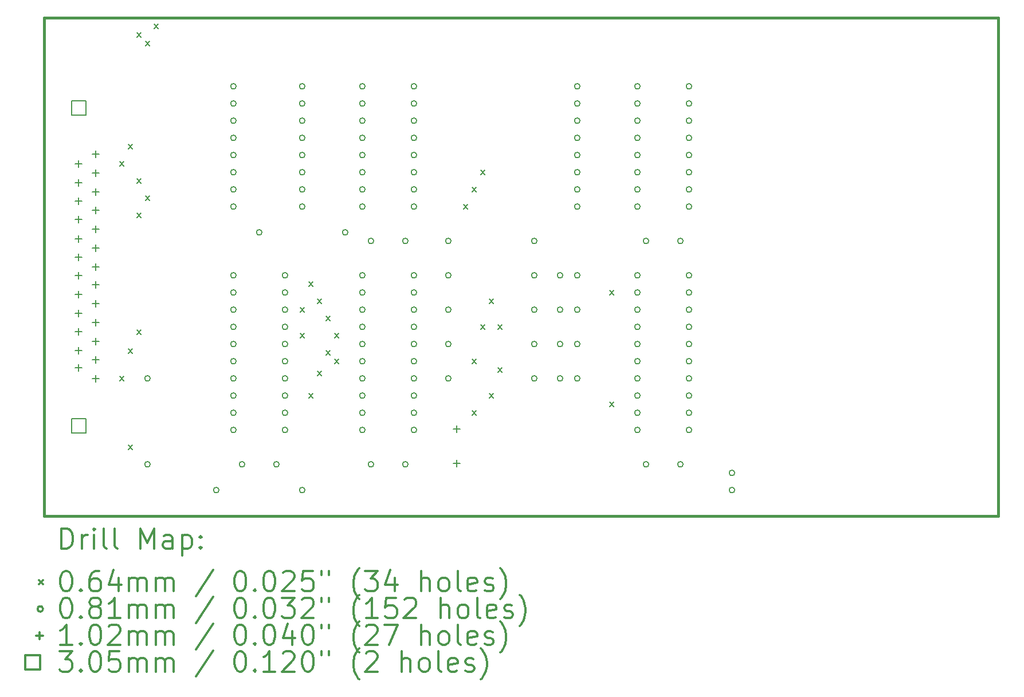
<source format=gbr>
%FSLAX45Y45*%
G04 Gerber Fmt 4.5, Leading zero omitted, Abs format (unit mm)*
G04 Created by KiCad (PCBNEW 4.0.5+dfsg1-4+deb9u1) date Mon Sep 26 08:33:50 2022*
%MOMM*%
%LPD*%
G01*
G04 APERTURE LIST*
%ADD10C,0.127000*%
%ADD11C,0.381000*%
%ADD12C,0.200000*%
%ADD13C,0.300000*%
G04 APERTURE END LIST*
D10*
D11*
X23749000Y-6350000D02*
X19431000Y-6350000D01*
X23749000Y-13716000D02*
X23749000Y-6350000D01*
X19685000Y-13716000D02*
X23749000Y-13716000D01*
X9652000Y-13716000D02*
X19685000Y-13716000D01*
X9652000Y-6350000D02*
X9652000Y-13716000D01*
X19431000Y-6350000D02*
X9652000Y-6350000D01*
D12*
X10763250Y-8477250D02*
X10826750Y-8540750D01*
X10826750Y-8477250D02*
X10763250Y-8540750D01*
X10763250Y-11652250D02*
X10826750Y-11715750D01*
X10826750Y-11652250D02*
X10763250Y-11715750D01*
X10890250Y-8223250D02*
X10953750Y-8286750D01*
X10953750Y-8223250D02*
X10890250Y-8286750D01*
X10890250Y-11245850D02*
X10953750Y-11309350D01*
X10953750Y-11245850D02*
X10890250Y-11309350D01*
X10890250Y-12668250D02*
X10953750Y-12731750D01*
X10953750Y-12668250D02*
X10890250Y-12731750D01*
X11017250Y-6572250D02*
X11080750Y-6635750D01*
X11080750Y-6572250D02*
X11017250Y-6635750D01*
X11017250Y-8731250D02*
X11080750Y-8794750D01*
X11080750Y-8731250D02*
X11017250Y-8794750D01*
X11017250Y-9239250D02*
X11080750Y-9302750D01*
X11080750Y-9239250D02*
X11017250Y-9302750D01*
X11017250Y-10966450D02*
X11080750Y-11029950D01*
X11080750Y-10966450D02*
X11017250Y-11029950D01*
X11144250Y-6699250D02*
X11207750Y-6762750D01*
X11207750Y-6699250D02*
X11144250Y-6762750D01*
X11144250Y-8985250D02*
X11207750Y-9048750D01*
X11207750Y-8985250D02*
X11144250Y-9048750D01*
X11271250Y-6445250D02*
X11334750Y-6508750D01*
X11334750Y-6445250D02*
X11271250Y-6508750D01*
X13430250Y-10636250D02*
X13493750Y-10699750D01*
X13493750Y-10636250D02*
X13430250Y-10699750D01*
X13430250Y-11017250D02*
X13493750Y-11080750D01*
X13493750Y-11017250D02*
X13430250Y-11080750D01*
X13557250Y-10255250D02*
X13620750Y-10318750D01*
X13620750Y-10255250D02*
X13557250Y-10318750D01*
X13557250Y-11906250D02*
X13620750Y-11969750D01*
X13620750Y-11906250D02*
X13557250Y-11969750D01*
X13684250Y-10509250D02*
X13747750Y-10572750D01*
X13747750Y-10509250D02*
X13684250Y-10572750D01*
X13684250Y-11576050D02*
X13747750Y-11639550D01*
X13747750Y-11576050D02*
X13684250Y-11639550D01*
X13811250Y-10763250D02*
X13874750Y-10826750D01*
X13874750Y-10763250D02*
X13811250Y-10826750D01*
X13811250Y-11271250D02*
X13874750Y-11334750D01*
X13874750Y-11271250D02*
X13811250Y-11334750D01*
X13938250Y-11017250D02*
X14001750Y-11080750D01*
X14001750Y-11017250D02*
X13938250Y-11080750D01*
X13938250Y-11398250D02*
X14001750Y-11461750D01*
X14001750Y-11398250D02*
X13938250Y-11461750D01*
X15843250Y-9112250D02*
X15906750Y-9175750D01*
X15906750Y-9112250D02*
X15843250Y-9175750D01*
X15970250Y-8858250D02*
X16033750Y-8921750D01*
X16033750Y-8858250D02*
X15970250Y-8921750D01*
X15970250Y-11398250D02*
X16033750Y-11461750D01*
X16033750Y-11398250D02*
X15970250Y-11461750D01*
X15970250Y-12160250D02*
X16033750Y-12223750D01*
X16033750Y-12160250D02*
X15970250Y-12223750D01*
X16097250Y-8604250D02*
X16160750Y-8667750D01*
X16160750Y-8604250D02*
X16097250Y-8667750D01*
X16097250Y-10890250D02*
X16160750Y-10953750D01*
X16160750Y-10890250D02*
X16097250Y-10953750D01*
X16224250Y-10509250D02*
X16287750Y-10572750D01*
X16287750Y-10509250D02*
X16224250Y-10572750D01*
X16224250Y-11906250D02*
X16287750Y-11969750D01*
X16287750Y-11906250D02*
X16224250Y-11969750D01*
X16351250Y-10890250D02*
X16414750Y-10953750D01*
X16414750Y-10890250D02*
X16351250Y-10953750D01*
X16351250Y-11525250D02*
X16414750Y-11588750D01*
X16414750Y-11525250D02*
X16351250Y-11588750D01*
X18002250Y-10382250D02*
X18065750Y-10445750D01*
X18065750Y-10382250D02*
X18002250Y-10445750D01*
X18002250Y-12033250D02*
X18065750Y-12096750D01*
X18065750Y-12033250D02*
X18002250Y-12096750D01*
X11216640Y-11684000D02*
G75*
G03X11216640Y-11684000I-40640J0D01*
G01*
X11216640Y-12954000D02*
G75*
G03X11216640Y-12954000I-40640J0D01*
G01*
X12232640Y-13335000D02*
G75*
G03X12232640Y-13335000I-40640J0D01*
G01*
X12486640Y-7366000D02*
G75*
G03X12486640Y-7366000I-40640J0D01*
G01*
X12486640Y-7620000D02*
G75*
G03X12486640Y-7620000I-40640J0D01*
G01*
X12486640Y-7874000D02*
G75*
G03X12486640Y-7874000I-40640J0D01*
G01*
X12486640Y-8128000D02*
G75*
G03X12486640Y-8128000I-40640J0D01*
G01*
X12486640Y-8382000D02*
G75*
G03X12486640Y-8382000I-40640J0D01*
G01*
X12486640Y-8636000D02*
G75*
G03X12486640Y-8636000I-40640J0D01*
G01*
X12486640Y-8890000D02*
G75*
G03X12486640Y-8890000I-40640J0D01*
G01*
X12486640Y-9144000D02*
G75*
G03X12486640Y-9144000I-40640J0D01*
G01*
X12486640Y-10160000D02*
G75*
G03X12486640Y-10160000I-40640J0D01*
G01*
X12486640Y-10414000D02*
G75*
G03X12486640Y-10414000I-40640J0D01*
G01*
X12486640Y-10668000D02*
G75*
G03X12486640Y-10668000I-40640J0D01*
G01*
X12486640Y-10922000D02*
G75*
G03X12486640Y-10922000I-40640J0D01*
G01*
X12486640Y-11176000D02*
G75*
G03X12486640Y-11176000I-40640J0D01*
G01*
X12486640Y-11430000D02*
G75*
G03X12486640Y-11430000I-40640J0D01*
G01*
X12486640Y-11684000D02*
G75*
G03X12486640Y-11684000I-40640J0D01*
G01*
X12486640Y-11938000D02*
G75*
G03X12486640Y-11938000I-40640J0D01*
G01*
X12486640Y-12192000D02*
G75*
G03X12486640Y-12192000I-40640J0D01*
G01*
X12486640Y-12446000D02*
G75*
G03X12486640Y-12446000I-40640J0D01*
G01*
X12613640Y-12954000D02*
G75*
G03X12613640Y-12954000I-40640J0D01*
G01*
X12867640Y-9525000D02*
G75*
G03X12867640Y-9525000I-40640J0D01*
G01*
X13121640Y-12954000D02*
G75*
G03X13121640Y-12954000I-40640J0D01*
G01*
X13248640Y-10160000D02*
G75*
G03X13248640Y-10160000I-40640J0D01*
G01*
X13248640Y-10414000D02*
G75*
G03X13248640Y-10414000I-40640J0D01*
G01*
X13248640Y-10668000D02*
G75*
G03X13248640Y-10668000I-40640J0D01*
G01*
X13248640Y-10922000D02*
G75*
G03X13248640Y-10922000I-40640J0D01*
G01*
X13248640Y-11176000D02*
G75*
G03X13248640Y-11176000I-40640J0D01*
G01*
X13248640Y-11430000D02*
G75*
G03X13248640Y-11430000I-40640J0D01*
G01*
X13248640Y-11684000D02*
G75*
G03X13248640Y-11684000I-40640J0D01*
G01*
X13248640Y-11938000D02*
G75*
G03X13248640Y-11938000I-40640J0D01*
G01*
X13248640Y-12192000D02*
G75*
G03X13248640Y-12192000I-40640J0D01*
G01*
X13248640Y-12446000D02*
G75*
G03X13248640Y-12446000I-40640J0D01*
G01*
X13502640Y-7366000D02*
G75*
G03X13502640Y-7366000I-40640J0D01*
G01*
X13502640Y-7620000D02*
G75*
G03X13502640Y-7620000I-40640J0D01*
G01*
X13502640Y-7874000D02*
G75*
G03X13502640Y-7874000I-40640J0D01*
G01*
X13502640Y-8128000D02*
G75*
G03X13502640Y-8128000I-40640J0D01*
G01*
X13502640Y-8382000D02*
G75*
G03X13502640Y-8382000I-40640J0D01*
G01*
X13502640Y-8636000D02*
G75*
G03X13502640Y-8636000I-40640J0D01*
G01*
X13502640Y-8890000D02*
G75*
G03X13502640Y-8890000I-40640J0D01*
G01*
X13502640Y-9144000D02*
G75*
G03X13502640Y-9144000I-40640J0D01*
G01*
X13502640Y-13335000D02*
G75*
G03X13502640Y-13335000I-40640J0D01*
G01*
X14137640Y-9525000D02*
G75*
G03X14137640Y-9525000I-40640J0D01*
G01*
X14391640Y-7366000D02*
G75*
G03X14391640Y-7366000I-40640J0D01*
G01*
X14391640Y-7620000D02*
G75*
G03X14391640Y-7620000I-40640J0D01*
G01*
X14391640Y-7874000D02*
G75*
G03X14391640Y-7874000I-40640J0D01*
G01*
X14391640Y-8128000D02*
G75*
G03X14391640Y-8128000I-40640J0D01*
G01*
X14391640Y-8382000D02*
G75*
G03X14391640Y-8382000I-40640J0D01*
G01*
X14391640Y-8636000D02*
G75*
G03X14391640Y-8636000I-40640J0D01*
G01*
X14391640Y-8890000D02*
G75*
G03X14391640Y-8890000I-40640J0D01*
G01*
X14391640Y-9144000D02*
G75*
G03X14391640Y-9144000I-40640J0D01*
G01*
X14391640Y-10160000D02*
G75*
G03X14391640Y-10160000I-40640J0D01*
G01*
X14391640Y-10414000D02*
G75*
G03X14391640Y-10414000I-40640J0D01*
G01*
X14391640Y-10668000D02*
G75*
G03X14391640Y-10668000I-40640J0D01*
G01*
X14391640Y-10922000D02*
G75*
G03X14391640Y-10922000I-40640J0D01*
G01*
X14391640Y-11176000D02*
G75*
G03X14391640Y-11176000I-40640J0D01*
G01*
X14391640Y-11430000D02*
G75*
G03X14391640Y-11430000I-40640J0D01*
G01*
X14391640Y-11684000D02*
G75*
G03X14391640Y-11684000I-40640J0D01*
G01*
X14391640Y-11938000D02*
G75*
G03X14391640Y-11938000I-40640J0D01*
G01*
X14391640Y-12192000D02*
G75*
G03X14391640Y-12192000I-40640J0D01*
G01*
X14391640Y-12446000D02*
G75*
G03X14391640Y-12446000I-40640J0D01*
G01*
X14518640Y-9652000D02*
G75*
G03X14518640Y-9652000I-40640J0D01*
G01*
X14518640Y-12954000D02*
G75*
G03X14518640Y-12954000I-40640J0D01*
G01*
X15026640Y-9652000D02*
G75*
G03X15026640Y-9652000I-40640J0D01*
G01*
X15026640Y-12954000D02*
G75*
G03X15026640Y-12954000I-40640J0D01*
G01*
X15153640Y-7366000D02*
G75*
G03X15153640Y-7366000I-40640J0D01*
G01*
X15153640Y-7620000D02*
G75*
G03X15153640Y-7620000I-40640J0D01*
G01*
X15153640Y-7874000D02*
G75*
G03X15153640Y-7874000I-40640J0D01*
G01*
X15153640Y-8128000D02*
G75*
G03X15153640Y-8128000I-40640J0D01*
G01*
X15153640Y-8382000D02*
G75*
G03X15153640Y-8382000I-40640J0D01*
G01*
X15153640Y-8636000D02*
G75*
G03X15153640Y-8636000I-40640J0D01*
G01*
X15153640Y-8890000D02*
G75*
G03X15153640Y-8890000I-40640J0D01*
G01*
X15153640Y-9144000D02*
G75*
G03X15153640Y-9144000I-40640J0D01*
G01*
X15153640Y-10160000D02*
G75*
G03X15153640Y-10160000I-40640J0D01*
G01*
X15153640Y-10414000D02*
G75*
G03X15153640Y-10414000I-40640J0D01*
G01*
X15153640Y-10668000D02*
G75*
G03X15153640Y-10668000I-40640J0D01*
G01*
X15153640Y-10922000D02*
G75*
G03X15153640Y-10922000I-40640J0D01*
G01*
X15153640Y-11176000D02*
G75*
G03X15153640Y-11176000I-40640J0D01*
G01*
X15153640Y-11430000D02*
G75*
G03X15153640Y-11430000I-40640J0D01*
G01*
X15153640Y-11684000D02*
G75*
G03X15153640Y-11684000I-40640J0D01*
G01*
X15153640Y-11938000D02*
G75*
G03X15153640Y-11938000I-40640J0D01*
G01*
X15153640Y-12192000D02*
G75*
G03X15153640Y-12192000I-40640J0D01*
G01*
X15153640Y-12446000D02*
G75*
G03X15153640Y-12446000I-40640J0D01*
G01*
X15661640Y-9652000D02*
G75*
G03X15661640Y-9652000I-40640J0D01*
G01*
X15661640Y-10160000D02*
G75*
G03X15661640Y-10160000I-40640J0D01*
G01*
X15661640Y-10668000D02*
G75*
G03X15661640Y-10668000I-40640J0D01*
G01*
X15661640Y-11176000D02*
G75*
G03X15661640Y-11176000I-40640J0D01*
G01*
X15661640Y-11684000D02*
G75*
G03X15661640Y-11684000I-40640J0D01*
G01*
X16931640Y-9652000D02*
G75*
G03X16931640Y-9652000I-40640J0D01*
G01*
X16931640Y-10160000D02*
G75*
G03X16931640Y-10160000I-40640J0D01*
G01*
X16931640Y-10668000D02*
G75*
G03X16931640Y-10668000I-40640J0D01*
G01*
X16931640Y-11176000D02*
G75*
G03X16931640Y-11176000I-40640J0D01*
G01*
X16931640Y-11684000D02*
G75*
G03X16931640Y-11684000I-40640J0D01*
G01*
X17312640Y-10160000D02*
G75*
G03X17312640Y-10160000I-40640J0D01*
G01*
X17312640Y-10668000D02*
G75*
G03X17312640Y-10668000I-40640J0D01*
G01*
X17312640Y-11176000D02*
G75*
G03X17312640Y-11176000I-40640J0D01*
G01*
X17312640Y-11684000D02*
G75*
G03X17312640Y-11684000I-40640J0D01*
G01*
X17566640Y-7366000D02*
G75*
G03X17566640Y-7366000I-40640J0D01*
G01*
X17566640Y-7620000D02*
G75*
G03X17566640Y-7620000I-40640J0D01*
G01*
X17566640Y-7874000D02*
G75*
G03X17566640Y-7874000I-40640J0D01*
G01*
X17566640Y-8128000D02*
G75*
G03X17566640Y-8128000I-40640J0D01*
G01*
X17566640Y-8382000D02*
G75*
G03X17566640Y-8382000I-40640J0D01*
G01*
X17566640Y-8636000D02*
G75*
G03X17566640Y-8636000I-40640J0D01*
G01*
X17566640Y-8890000D02*
G75*
G03X17566640Y-8890000I-40640J0D01*
G01*
X17566640Y-9144000D02*
G75*
G03X17566640Y-9144000I-40640J0D01*
G01*
X17566640Y-10160000D02*
G75*
G03X17566640Y-10160000I-40640J0D01*
G01*
X17566640Y-10668000D02*
G75*
G03X17566640Y-10668000I-40640J0D01*
G01*
X17566640Y-11176000D02*
G75*
G03X17566640Y-11176000I-40640J0D01*
G01*
X17566640Y-11684000D02*
G75*
G03X17566640Y-11684000I-40640J0D01*
G01*
X18455640Y-7366000D02*
G75*
G03X18455640Y-7366000I-40640J0D01*
G01*
X18455640Y-7620000D02*
G75*
G03X18455640Y-7620000I-40640J0D01*
G01*
X18455640Y-7874000D02*
G75*
G03X18455640Y-7874000I-40640J0D01*
G01*
X18455640Y-8128000D02*
G75*
G03X18455640Y-8128000I-40640J0D01*
G01*
X18455640Y-8382000D02*
G75*
G03X18455640Y-8382000I-40640J0D01*
G01*
X18455640Y-8636000D02*
G75*
G03X18455640Y-8636000I-40640J0D01*
G01*
X18455640Y-8890000D02*
G75*
G03X18455640Y-8890000I-40640J0D01*
G01*
X18455640Y-9144000D02*
G75*
G03X18455640Y-9144000I-40640J0D01*
G01*
X18455640Y-10160000D02*
G75*
G03X18455640Y-10160000I-40640J0D01*
G01*
X18455640Y-10414000D02*
G75*
G03X18455640Y-10414000I-40640J0D01*
G01*
X18455640Y-10668000D02*
G75*
G03X18455640Y-10668000I-40640J0D01*
G01*
X18455640Y-10922000D02*
G75*
G03X18455640Y-10922000I-40640J0D01*
G01*
X18455640Y-11176000D02*
G75*
G03X18455640Y-11176000I-40640J0D01*
G01*
X18455640Y-11430000D02*
G75*
G03X18455640Y-11430000I-40640J0D01*
G01*
X18455640Y-11684000D02*
G75*
G03X18455640Y-11684000I-40640J0D01*
G01*
X18455640Y-11938000D02*
G75*
G03X18455640Y-11938000I-40640J0D01*
G01*
X18455640Y-12192000D02*
G75*
G03X18455640Y-12192000I-40640J0D01*
G01*
X18455640Y-12446000D02*
G75*
G03X18455640Y-12446000I-40640J0D01*
G01*
X18582640Y-9652000D02*
G75*
G03X18582640Y-9652000I-40640J0D01*
G01*
X18582640Y-12954000D02*
G75*
G03X18582640Y-12954000I-40640J0D01*
G01*
X19090640Y-9652000D02*
G75*
G03X19090640Y-9652000I-40640J0D01*
G01*
X19090640Y-12954000D02*
G75*
G03X19090640Y-12954000I-40640J0D01*
G01*
X19217640Y-7366000D02*
G75*
G03X19217640Y-7366000I-40640J0D01*
G01*
X19217640Y-7620000D02*
G75*
G03X19217640Y-7620000I-40640J0D01*
G01*
X19217640Y-7874000D02*
G75*
G03X19217640Y-7874000I-40640J0D01*
G01*
X19217640Y-8128000D02*
G75*
G03X19217640Y-8128000I-40640J0D01*
G01*
X19217640Y-8382000D02*
G75*
G03X19217640Y-8382000I-40640J0D01*
G01*
X19217640Y-8636000D02*
G75*
G03X19217640Y-8636000I-40640J0D01*
G01*
X19217640Y-8890000D02*
G75*
G03X19217640Y-8890000I-40640J0D01*
G01*
X19217640Y-9144000D02*
G75*
G03X19217640Y-9144000I-40640J0D01*
G01*
X19217640Y-10160000D02*
G75*
G03X19217640Y-10160000I-40640J0D01*
G01*
X19217640Y-10414000D02*
G75*
G03X19217640Y-10414000I-40640J0D01*
G01*
X19217640Y-10668000D02*
G75*
G03X19217640Y-10668000I-40640J0D01*
G01*
X19217640Y-10922000D02*
G75*
G03X19217640Y-10922000I-40640J0D01*
G01*
X19217640Y-11176000D02*
G75*
G03X19217640Y-11176000I-40640J0D01*
G01*
X19217640Y-11430000D02*
G75*
G03X19217640Y-11430000I-40640J0D01*
G01*
X19217640Y-11684000D02*
G75*
G03X19217640Y-11684000I-40640J0D01*
G01*
X19217640Y-11938000D02*
G75*
G03X19217640Y-11938000I-40640J0D01*
G01*
X19217640Y-12192000D02*
G75*
G03X19217640Y-12192000I-40640J0D01*
G01*
X19217640Y-12446000D02*
G75*
G03X19217640Y-12446000I-40640J0D01*
G01*
X19852640Y-13081000D02*
G75*
G03X19852640Y-13081000I-40640J0D01*
G01*
X19852640Y-13335000D02*
G75*
G03X19852640Y-13335000I-40640J0D01*
G01*
X10160000Y-8458200D02*
X10160000Y-8559800D01*
X10109200Y-8509000D02*
X10210800Y-8509000D01*
X10160000Y-8737600D02*
X10160000Y-8839200D01*
X10109200Y-8788400D02*
X10210800Y-8788400D01*
X10160000Y-9011920D02*
X10160000Y-9113520D01*
X10109200Y-9062720D02*
X10210800Y-9062720D01*
X10160000Y-9281160D02*
X10160000Y-9382760D01*
X10109200Y-9331960D02*
X10210800Y-9331960D01*
X10160000Y-9565640D02*
X10160000Y-9667240D01*
X10109200Y-9616440D02*
X10210800Y-9616440D01*
X10160000Y-9839960D02*
X10160000Y-9941560D01*
X10109200Y-9890760D02*
X10210800Y-9890760D01*
X10160000Y-10114280D02*
X10160000Y-10215880D01*
X10109200Y-10165080D02*
X10210800Y-10165080D01*
X10160000Y-10393680D02*
X10160000Y-10495280D01*
X10109200Y-10444480D02*
X10210800Y-10444480D01*
X10160000Y-10668000D02*
X10160000Y-10769600D01*
X10109200Y-10718800D02*
X10210800Y-10718800D01*
X10160000Y-10942320D02*
X10160000Y-11043920D01*
X10109200Y-10993120D02*
X10210800Y-10993120D01*
X10160000Y-11221720D02*
X10160000Y-11323320D01*
X10109200Y-11272520D02*
X10210800Y-11272520D01*
X10160000Y-11475720D02*
X10160000Y-11577320D01*
X10109200Y-11526520D02*
X10210800Y-11526520D01*
X10414000Y-8318500D02*
X10414000Y-8420100D01*
X10363200Y-8369300D02*
X10464800Y-8369300D01*
X10414000Y-8597900D02*
X10414000Y-8699500D01*
X10363200Y-8648700D02*
X10464800Y-8648700D01*
X10414000Y-8877300D02*
X10414000Y-8978900D01*
X10363200Y-8928100D02*
X10464800Y-8928100D01*
X10414000Y-9144000D02*
X10414000Y-9245600D01*
X10363200Y-9194800D02*
X10464800Y-9194800D01*
X10414000Y-9423400D02*
X10414000Y-9525000D01*
X10363200Y-9474200D02*
X10464800Y-9474200D01*
X10414000Y-9702800D02*
X10414000Y-9804400D01*
X10363200Y-9753600D02*
X10464800Y-9753600D01*
X10414000Y-9982200D02*
X10414000Y-10083800D01*
X10363200Y-10033000D02*
X10464800Y-10033000D01*
X10414000Y-10248900D02*
X10414000Y-10350500D01*
X10363200Y-10299700D02*
X10464800Y-10299700D01*
X10414000Y-10528300D02*
X10414000Y-10629900D01*
X10363200Y-10579100D02*
X10464800Y-10579100D01*
X10414000Y-10807700D02*
X10414000Y-10909300D01*
X10363200Y-10858500D02*
X10464800Y-10858500D01*
X10414000Y-11087100D02*
X10414000Y-11188700D01*
X10363200Y-11137900D02*
X10464800Y-11137900D01*
X10414000Y-11353800D02*
X10414000Y-11455400D01*
X10363200Y-11404600D02*
X10464800Y-11404600D01*
X10414000Y-11633200D02*
X10414000Y-11734800D01*
X10363200Y-11684000D02*
X10464800Y-11684000D01*
X15748000Y-12382500D02*
X15748000Y-12484100D01*
X15697200Y-12433300D02*
X15798800Y-12433300D01*
X15748000Y-12890500D02*
X15748000Y-12992100D01*
X15697200Y-12941300D02*
X15798800Y-12941300D01*
X10267764Y-7791264D02*
X10267764Y-7575736D01*
X10052236Y-7575736D01*
X10052236Y-7791264D01*
X10267764Y-7791264D01*
X10267764Y-12490264D02*
X10267764Y-12274736D01*
X10052236Y-12274736D01*
X10052236Y-12490264D01*
X10267764Y-12490264D01*
D13*
X9904379Y-14200764D02*
X9904379Y-13900764D01*
X9975807Y-13900764D01*
X10018664Y-13915050D01*
X10047236Y-13943621D01*
X10061521Y-13972193D01*
X10075807Y-14029336D01*
X10075807Y-14072193D01*
X10061521Y-14129336D01*
X10047236Y-14157907D01*
X10018664Y-14186479D01*
X9975807Y-14200764D01*
X9904379Y-14200764D01*
X10204379Y-14200764D02*
X10204379Y-14000764D01*
X10204379Y-14057907D02*
X10218664Y-14029336D01*
X10232950Y-14015050D01*
X10261521Y-14000764D01*
X10290093Y-14000764D01*
X10390093Y-14200764D02*
X10390093Y-14000764D01*
X10390093Y-13900764D02*
X10375807Y-13915050D01*
X10390093Y-13929336D01*
X10404379Y-13915050D01*
X10390093Y-13900764D01*
X10390093Y-13929336D01*
X10575807Y-14200764D02*
X10547236Y-14186479D01*
X10532950Y-14157907D01*
X10532950Y-13900764D01*
X10732950Y-14200764D02*
X10704379Y-14186479D01*
X10690093Y-14157907D01*
X10690093Y-13900764D01*
X11075807Y-14200764D02*
X11075807Y-13900764D01*
X11175807Y-14115050D01*
X11275807Y-13900764D01*
X11275807Y-14200764D01*
X11547236Y-14200764D02*
X11547236Y-14043621D01*
X11532950Y-14015050D01*
X11504378Y-14000764D01*
X11447236Y-14000764D01*
X11418664Y-14015050D01*
X11547236Y-14186479D02*
X11518664Y-14200764D01*
X11447236Y-14200764D01*
X11418664Y-14186479D01*
X11404378Y-14157907D01*
X11404378Y-14129336D01*
X11418664Y-14100764D01*
X11447236Y-14086479D01*
X11518664Y-14086479D01*
X11547236Y-14072193D01*
X11690093Y-14000764D02*
X11690093Y-14300764D01*
X11690093Y-14015050D02*
X11718664Y-14000764D01*
X11775807Y-14000764D01*
X11804378Y-14015050D01*
X11818664Y-14029336D01*
X11832950Y-14057907D01*
X11832950Y-14143621D01*
X11818664Y-14172193D01*
X11804378Y-14186479D01*
X11775807Y-14200764D01*
X11718664Y-14200764D01*
X11690093Y-14186479D01*
X11961521Y-14172193D02*
X11975807Y-14186479D01*
X11961521Y-14200764D01*
X11947236Y-14186479D01*
X11961521Y-14172193D01*
X11961521Y-14200764D01*
X11961521Y-14015050D02*
X11975807Y-14029336D01*
X11961521Y-14043621D01*
X11947236Y-14029336D01*
X11961521Y-14015050D01*
X11961521Y-14043621D01*
X9569450Y-14663300D02*
X9632950Y-14726800D01*
X9632950Y-14663300D02*
X9569450Y-14726800D01*
X9961521Y-14530764D02*
X9990093Y-14530764D01*
X10018664Y-14545050D01*
X10032950Y-14559336D01*
X10047236Y-14587907D01*
X10061521Y-14645050D01*
X10061521Y-14716479D01*
X10047236Y-14773621D01*
X10032950Y-14802193D01*
X10018664Y-14816479D01*
X9990093Y-14830764D01*
X9961521Y-14830764D01*
X9932950Y-14816479D01*
X9918664Y-14802193D01*
X9904379Y-14773621D01*
X9890093Y-14716479D01*
X9890093Y-14645050D01*
X9904379Y-14587907D01*
X9918664Y-14559336D01*
X9932950Y-14545050D01*
X9961521Y-14530764D01*
X10190093Y-14802193D02*
X10204379Y-14816479D01*
X10190093Y-14830764D01*
X10175807Y-14816479D01*
X10190093Y-14802193D01*
X10190093Y-14830764D01*
X10461521Y-14530764D02*
X10404378Y-14530764D01*
X10375807Y-14545050D01*
X10361521Y-14559336D01*
X10332950Y-14602193D01*
X10318664Y-14659336D01*
X10318664Y-14773621D01*
X10332950Y-14802193D01*
X10347236Y-14816479D01*
X10375807Y-14830764D01*
X10432950Y-14830764D01*
X10461521Y-14816479D01*
X10475807Y-14802193D01*
X10490093Y-14773621D01*
X10490093Y-14702193D01*
X10475807Y-14673621D01*
X10461521Y-14659336D01*
X10432950Y-14645050D01*
X10375807Y-14645050D01*
X10347236Y-14659336D01*
X10332950Y-14673621D01*
X10318664Y-14702193D01*
X10747236Y-14630764D02*
X10747236Y-14830764D01*
X10675807Y-14516479D02*
X10604379Y-14730764D01*
X10790093Y-14730764D01*
X10904379Y-14830764D02*
X10904379Y-14630764D01*
X10904379Y-14659336D02*
X10918664Y-14645050D01*
X10947236Y-14630764D01*
X10990093Y-14630764D01*
X11018664Y-14645050D01*
X11032950Y-14673621D01*
X11032950Y-14830764D01*
X11032950Y-14673621D02*
X11047236Y-14645050D01*
X11075807Y-14630764D01*
X11118664Y-14630764D01*
X11147236Y-14645050D01*
X11161521Y-14673621D01*
X11161521Y-14830764D01*
X11304378Y-14830764D02*
X11304378Y-14630764D01*
X11304378Y-14659336D02*
X11318664Y-14645050D01*
X11347236Y-14630764D01*
X11390093Y-14630764D01*
X11418664Y-14645050D01*
X11432950Y-14673621D01*
X11432950Y-14830764D01*
X11432950Y-14673621D02*
X11447236Y-14645050D01*
X11475807Y-14630764D01*
X11518664Y-14630764D01*
X11547236Y-14645050D01*
X11561521Y-14673621D01*
X11561521Y-14830764D01*
X12147236Y-14516479D02*
X11890093Y-14902193D01*
X12532950Y-14530764D02*
X12561521Y-14530764D01*
X12590093Y-14545050D01*
X12604378Y-14559336D01*
X12618664Y-14587907D01*
X12632950Y-14645050D01*
X12632950Y-14716479D01*
X12618664Y-14773621D01*
X12604378Y-14802193D01*
X12590093Y-14816479D01*
X12561521Y-14830764D01*
X12532950Y-14830764D01*
X12504378Y-14816479D01*
X12490093Y-14802193D01*
X12475807Y-14773621D01*
X12461521Y-14716479D01*
X12461521Y-14645050D01*
X12475807Y-14587907D01*
X12490093Y-14559336D01*
X12504378Y-14545050D01*
X12532950Y-14530764D01*
X12761521Y-14802193D02*
X12775807Y-14816479D01*
X12761521Y-14830764D01*
X12747236Y-14816479D01*
X12761521Y-14802193D01*
X12761521Y-14830764D01*
X12961521Y-14530764D02*
X12990093Y-14530764D01*
X13018664Y-14545050D01*
X13032950Y-14559336D01*
X13047235Y-14587907D01*
X13061521Y-14645050D01*
X13061521Y-14716479D01*
X13047235Y-14773621D01*
X13032950Y-14802193D01*
X13018664Y-14816479D01*
X12990093Y-14830764D01*
X12961521Y-14830764D01*
X12932950Y-14816479D01*
X12918664Y-14802193D01*
X12904378Y-14773621D01*
X12890093Y-14716479D01*
X12890093Y-14645050D01*
X12904378Y-14587907D01*
X12918664Y-14559336D01*
X12932950Y-14545050D01*
X12961521Y-14530764D01*
X13175807Y-14559336D02*
X13190093Y-14545050D01*
X13218664Y-14530764D01*
X13290093Y-14530764D01*
X13318664Y-14545050D01*
X13332950Y-14559336D01*
X13347235Y-14587907D01*
X13347235Y-14616479D01*
X13332950Y-14659336D01*
X13161521Y-14830764D01*
X13347235Y-14830764D01*
X13618664Y-14530764D02*
X13475807Y-14530764D01*
X13461521Y-14673621D01*
X13475807Y-14659336D01*
X13504378Y-14645050D01*
X13575807Y-14645050D01*
X13604378Y-14659336D01*
X13618664Y-14673621D01*
X13632950Y-14702193D01*
X13632950Y-14773621D01*
X13618664Y-14802193D01*
X13604378Y-14816479D01*
X13575807Y-14830764D01*
X13504378Y-14830764D01*
X13475807Y-14816479D01*
X13461521Y-14802193D01*
X13747236Y-14530764D02*
X13747236Y-14587907D01*
X13861521Y-14530764D02*
X13861521Y-14587907D01*
X14304378Y-14945050D02*
X14290093Y-14930764D01*
X14261521Y-14887907D01*
X14247235Y-14859336D01*
X14232950Y-14816479D01*
X14218664Y-14745050D01*
X14218664Y-14687907D01*
X14232950Y-14616479D01*
X14247235Y-14573621D01*
X14261521Y-14545050D01*
X14290093Y-14502193D01*
X14304378Y-14487907D01*
X14390093Y-14530764D02*
X14575807Y-14530764D01*
X14475807Y-14645050D01*
X14518664Y-14645050D01*
X14547235Y-14659336D01*
X14561521Y-14673621D01*
X14575807Y-14702193D01*
X14575807Y-14773621D01*
X14561521Y-14802193D01*
X14547235Y-14816479D01*
X14518664Y-14830764D01*
X14432950Y-14830764D01*
X14404378Y-14816479D01*
X14390093Y-14802193D01*
X14832950Y-14630764D02*
X14832950Y-14830764D01*
X14761521Y-14516479D02*
X14690093Y-14730764D01*
X14875807Y-14730764D01*
X15218664Y-14830764D02*
X15218664Y-14530764D01*
X15347235Y-14830764D02*
X15347235Y-14673621D01*
X15332950Y-14645050D01*
X15304378Y-14630764D01*
X15261521Y-14630764D01*
X15232950Y-14645050D01*
X15218664Y-14659336D01*
X15532950Y-14830764D02*
X15504378Y-14816479D01*
X15490093Y-14802193D01*
X15475807Y-14773621D01*
X15475807Y-14687907D01*
X15490093Y-14659336D01*
X15504378Y-14645050D01*
X15532950Y-14630764D01*
X15575807Y-14630764D01*
X15604378Y-14645050D01*
X15618664Y-14659336D01*
X15632950Y-14687907D01*
X15632950Y-14773621D01*
X15618664Y-14802193D01*
X15604378Y-14816479D01*
X15575807Y-14830764D01*
X15532950Y-14830764D01*
X15804378Y-14830764D02*
X15775807Y-14816479D01*
X15761521Y-14787907D01*
X15761521Y-14530764D01*
X16032950Y-14816479D02*
X16004378Y-14830764D01*
X15947236Y-14830764D01*
X15918664Y-14816479D01*
X15904378Y-14787907D01*
X15904378Y-14673621D01*
X15918664Y-14645050D01*
X15947236Y-14630764D01*
X16004378Y-14630764D01*
X16032950Y-14645050D01*
X16047236Y-14673621D01*
X16047236Y-14702193D01*
X15904378Y-14730764D01*
X16161521Y-14816479D02*
X16190093Y-14830764D01*
X16247236Y-14830764D01*
X16275807Y-14816479D01*
X16290093Y-14787907D01*
X16290093Y-14773621D01*
X16275807Y-14745050D01*
X16247236Y-14730764D01*
X16204378Y-14730764D01*
X16175807Y-14716479D01*
X16161521Y-14687907D01*
X16161521Y-14673621D01*
X16175807Y-14645050D01*
X16204378Y-14630764D01*
X16247236Y-14630764D01*
X16275807Y-14645050D01*
X16390093Y-14945050D02*
X16404378Y-14930764D01*
X16432950Y-14887907D01*
X16447236Y-14859336D01*
X16461521Y-14816479D01*
X16475807Y-14745050D01*
X16475807Y-14687907D01*
X16461521Y-14616479D01*
X16447236Y-14573621D01*
X16432950Y-14545050D01*
X16404378Y-14502193D01*
X16390093Y-14487907D01*
X9632950Y-15091050D02*
G75*
G03X9632950Y-15091050I-40640J0D01*
G01*
X9961521Y-14926764D02*
X9990093Y-14926764D01*
X10018664Y-14941050D01*
X10032950Y-14955336D01*
X10047236Y-14983907D01*
X10061521Y-15041050D01*
X10061521Y-15112479D01*
X10047236Y-15169621D01*
X10032950Y-15198193D01*
X10018664Y-15212479D01*
X9990093Y-15226764D01*
X9961521Y-15226764D01*
X9932950Y-15212479D01*
X9918664Y-15198193D01*
X9904379Y-15169621D01*
X9890093Y-15112479D01*
X9890093Y-15041050D01*
X9904379Y-14983907D01*
X9918664Y-14955336D01*
X9932950Y-14941050D01*
X9961521Y-14926764D01*
X10190093Y-15198193D02*
X10204379Y-15212479D01*
X10190093Y-15226764D01*
X10175807Y-15212479D01*
X10190093Y-15198193D01*
X10190093Y-15226764D01*
X10375807Y-15055336D02*
X10347236Y-15041050D01*
X10332950Y-15026764D01*
X10318664Y-14998193D01*
X10318664Y-14983907D01*
X10332950Y-14955336D01*
X10347236Y-14941050D01*
X10375807Y-14926764D01*
X10432950Y-14926764D01*
X10461521Y-14941050D01*
X10475807Y-14955336D01*
X10490093Y-14983907D01*
X10490093Y-14998193D01*
X10475807Y-15026764D01*
X10461521Y-15041050D01*
X10432950Y-15055336D01*
X10375807Y-15055336D01*
X10347236Y-15069621D01*
X10332950Y-15083907D01*
X10318664Y-15112479D01*
X10318664Y-15169621D01*
X10332950Y-15198193D01*
X10347236Y-15212479D01*
X10375807Y-15226764D01*
X10432950Y-15226764D01*
X10461521Y-15212479D01*
X10475807Y-15198193D01*
X10490093Y-15169621D01*
X10490093Y-15112479D01*
X10475807Y-15083907D01*
X10461521Y-15069621D01*
X10432950Y-15055336D01*
X10775807Y-15226764D02*
X10604379Y-15226764D01*
X10690093Y-15226764D02*
X10690093Y-14926764D01*
X10661521Y-14969621D01*
X10632950Y-14998193D01*
X10604379Y-15012479D01*
X10904379Y-15226764D02*
X10904379Y-15026764D01*
X10904379Y-15055336D02*
X10918664Y-15041050D01*
X10947236Y-15026764D01*
X10990093Y-15026764D01*
X11018664Y-15041050D01*
X11032950Y-15069621D01*
X11032950Y-15226764D01*
X11032950Y-15069621D02*
X11047236Y-15041050D01*
X11075807Y-15026764D01*
X11118664Y-15026764D01*
X11147236Y-15041050D01*
X11161521Y-15069621D01*
X11161521Y-15226764D01*
X11304378Y-15226764D02*
X11304378Y-15026764D01*
X11304378Y-15055336D02*
X11318664Y-15041050D01*
X11347236Y-15026764D01*
X11390093Y-15026764D01*
X11418664Y-15041050D01*
X11432950Y-15069621D01*
X11432950Y-15226764D01*
X11432950Y-15069621D02*
X11447236Y-15041050D01*
X11475807Y-15026764D01*
X11518664Y-15026764D01*
X11547236Y-15041050D01*
X11561521Y-15069621D01*
X11561521Y-15226764D01*
X12147236Y-14912479D02*
X11890093Y-15298193D01*
X12532950Y-14926764D02*
X12561521Y-14926764D01*
X12590093Y-14941050D01*
X12604378Y-14955336D01*
X12618664Y-14983907D01*
X12632950Y-15041050D01*
X12632950Y-15112479D01*
X12618664Y-15169621D01*
X12604378Y-15198193D01*
X12590093Y-15212479D01*
X12561521Y-15226764D01*
X12532950Y-15226764D01*
X12504378Y-15212479D01*
X12490093Y-15198193D01*
X12475807Y-15169621D01*
X12461521Y-15112479D01*
X12461521Y-15041050D01*
X12475807Y-14983907D01*
X12490093Y-14955336D01*
X12504378Y-14941050D01*
X12532950Y-14926764D01*
X12761521Y-15198193D02*
X12775807Y-15212479D01*
X12761521Y-15226764D01*
X12747236Y-15212479D01*
X12761521Y-15198193D01*
X12761521Y-15226764D01*
X12961521Y-14926764D02*
X12990093Y-14926764D01*
X13018664Y-14941050D01*
X13032950Y-14955336D01*
X13047235Y-14983907D01*
X13061521Y-15041050D01*
X13061521Y-15112479D01*
X13047235Y-15169621D01*
X13032950Y-15198193D01*
X13018664Y-15212479D01*
X12990093Y-15226764D01*
X12961521Y-15226764D01*
X12932950Y-15212479D01*
X12918664Y-15198193D01*
X12904378Y-15169621D01*
X12890093Y-15112479D01*
X12890093Y-15041050D01*
X12904378Y-14983907D01*
X12918664Y-14955336D01*
X12932950Y-14941050D01*
X12961521Y-14926764D01*
X13161521Y-14926764D02*
X13347235Y-14926764D01*
X13247235Y-15041050D01*
X13290093Y-15041050D01*
X13318664Y-15055336D01*
X13332950Y-15069621D01*
X13347235Y-15098193D01*
X13347235Y-15169621D01*
X13332950Y-15198193D01*
X13318664Y-15212479D01*
X13290093Y-15226764D01*
X13204378Y-15226764D01*
X13175807Y-15212479D01*
X13161521Y-15198193D01*
X13461521Y-14955336D02*
X13475807Y-14941050D01*
X13504378Y-14926764D01*
X13575807Y-14926764D01*
X13604378Y-14941050D01*
X13618664Y-14955336D01*
X13632950Y-14983907D01*
X13632950Y-15012479D01*
X13618664Y-15055336D01*
X13447235Y-15226764D01*
X13632950Y-15226764D01*
X13747236Y-14926764D02*
X13747236Y-14983907D01*
X13861521Y-14926764D02*
X13861521Y-14983907D01*
X14304378Y-15341050D02*
X14290093Y-15326764D01*
X14261521Y-15283907D01*
X14247235Y-15255336D01*
X14232950Y-15212479D01*
X14218664Y-15141050D01*
X14218664Y-15083907D01*
X14232950Y-15012479D01*
X14247235Y-14969621D01*
X14261521Y-14941050D01*
X14290093Y-14898193D01*
X14304378Y-14883907D01*
X14575807Y-15226764D02*
X14404378Y-15226764D01*
X14490093Y-15226764D02*
X14490093Y-14926764D01*
X14461521Y-14969621D01*
X14432950Y-14998193D01*
X14404378Y-15012479D01*
X14847235Y-14926764D02*
X14704378Y-14926764D01*
X14690093Y-15069621D01*
X14704378Y-15055336D01*
X14732950Y-15041050D01*
X14804378Y-15041050D01*
X14832950Y-15055336D01*
X14847235Y-15069621D01*
X14861521Y-15098193D01*
X14861521Y-15169621D01*
X14847235Y-15198193D01*
X14832950Y-15212479D01*
X14804378Y-15226764D01*
X14732950Y-15226764D01*
X14704378Y-15212479D01*
X14690093Y-15198193D01*
X14975807Y-14955336D02*
X14990093Y-14941050D01*
X15018664Y-14926764D01*
X15090093Y-14926764D01*
X15118664Y-14941050D01*
X15132950Y-14955336D01*
X15147235Y-14983907D01*
X15147235Y-15012479D01*
X15132950Y-15055336D01*
X14961521Y-15226764D01*
X15147235Y-15226764D01*
X15504378Y-15226764D02*
X15504378Y-14926764D01*
X15632950Y-15226764D02*
X15632950Y-15069621D01*
X15618664Y-15041050D01*
X15590093Y-15026764D01*
X15547235Y-15026764D01*
X15518664Y-15041050D01*
X15504378Y-15055336D01*
X15818664Y-15226764D02*
X15790093Y-15212479D01*
X15775807Y-15198193D01*
X15761521Y-15169621D01*
X15761521Y-15083907D01*
X15775807Y-15055336D01*
X15790093Y-15041050D01*
X15818664Y-15026764D01*
X15861521Y-15026764D01*
X15890093Y-15041050D01*
X15904378Y-15055336D01*
X15918664Y-15083907D01*
X15918664Y-15169621D01*
X15904378Y-15198193D01*
X15890093Y-15212479D01*
X15861521Y-15226764D01*
X15818664Y-15226764D01*
X16090093Y-15226764D02*
X16061521Y-15212479D01*
X16047236Y-15183907D01*
X16047236Y-14926764D01*
X16318664Y-15212479D02*
X16290093Y-15226764D01*
X16232950Y-15226764D01*
X16204378Y-15212479D01*
X16190093Y-15183907D01*
X16190093Y-15069621D01*
X16204378Y-15041050D01*
X16232950Y-15026764D01*
X16290093Y-15026764D01*
X16318664Y-15041050D01*
X16332950Y-15069621D01*
X16332950Y-15098193D01*
X16190093Y-15126764D01*
X16447236Y-15212479D02*
X16475807Y-15226764D01*
X16532950Y-15226764D01*
X16561521Y-15212479D01*
X16575807Y-15183907D01*
X16575807Y-15169621D01*
X16561521Y-15141050D01*
X16532950Y-15126764D01*
X16490093Y-15126764D01*
X16461521Y-15112479D01*
X16447236Y-15083907D01*
X16447236Y-15069621D01*
X16461521Y-15041050D01*
X16490093Y-15026764D01*
X16532950Y-15026764D01*
X16561521Y-15041050D01*
X16675807Y-15341050D02*
X16690093Y-15326764D01*
X16718664Y-15283907D01*
X16732950Y-15255336D01*
X16747236Y-15212479D01*
X16761521Y-15141050D01*
X16761521Y-15083907D01*
X16747236Y-15012479D01*
X16732950Y-14969621D01*
X16718664Y-14941050D01*
X16690093Y-14898193D01*
X16675807Y-14883907D01*
X9582150Y-15436250D02*
X9582150Y-15537850D01*
X9531350Y-15487050D02*
X9632950Y-15487050D01*
X10061521Y-15622764D02*
X9890093Y-15622764D01*
X9975807Y-15622764D02*
X9975807Y-15322764D01*
X9947236Y-15365621D01*
X9918664Y-15394193D01*
X9890093Y-15408479D01*
X10190093Y-15594193D02*
X10204379Y-15608479D01*
X10190093Y-15622764D01*
X10175807Y-15608479D01*
X10190093Y-15594193D01*
X10190093Y-15622764D01*
X10390093Y-15322764D02*
X10418664Y-15322764D01*
X10447236Y-15337050D01*
X10461521Y-15351336D01*
X10475807Y-15379907D01*
X10490093Y-15437050D01*
X10490093Y-15508479D01*
X10475807Y-15565621D01*
X10461521Y-15594193D01*
X10447236Y-15608479D01*
X10418664Y-15622764D01*
X10390093Y-15622764D01*
X10361521Y-15608479D01*
X10347236Y-15594193D01*
X10332950Y-15565621D01*
X10318664Y-15508479D01*
X10318664Y-15437050D01*
X10332950Y-15379907D01*
X10347236Y-15351336D01*
X10361521Y-15337050D01*
X10390093Y-15322764D01*
X10604379Y-15351336D02*
X10618664Y-15337050D01*
X10647236Y-15322764D01*
X10718664Y-15322764D01*
X10747236Y-15337050D01*
X10761521Y-15351336D01*
X10775807Y-15379907D01*
X10775807Y-15408479D01*
X10761521Y-15451336D01*
X10590093Y-15622764D01*
X10775807Y-15622764D01*
X10904379Y-15622764D02*
X10904379Y-15422764D01*
X10904379Y-15451336D02*
X10918664Y-15437050D01*
X10947236Y-15422764D01*
X10990093Y-15422764D01*
X11018664Y-15437050D01*
X11032950Y-15465621D01*
X11032950Y-15622764D01*
X11032950Y-15465621D02*
X11047236Y-15437050D01*
X11075807Y-15422764D01*
X11118664Y-15422764D01*
X11147236Y-15437050D01*
X11161521Y-15465621D01*
X11161521Y-15622764D01*
X11304378Y-15622764D02*
X11304378Y-15422764D01*
X11304378Y-15451336D02*
X11318664Y-15437050D01*
X11347236Y-15422764D01*
X11390093Y-15422764D01*
X11418664Y-15437050D01*
X11432950Y-15465621D01*
X11432950Y-15622764D01*
X11432950Y-15465621D02*
X11447236Y-15437050D01*
X11475807Y-15422764D01*
X11518664Y-15422764D01*
X11547236Y-15437050D01*
X11561521Y-15465621D01*
X11561521Y-15622764D01*
X12147236Y-15308479D02*
X11890093Y-15694193D01*
X12532950Y-15322764D02*
X12561521Y-15322764D01*
X12590093Y-15337050D01*
X12604378Y-15351336D01*
X12618664Y-15379907D01*
X12632950Y-15437050D01*
X12632950Y-15508479D01*
X12618664Y-15565621D01*
X12604378Y-15594193D01*
X12590093Y-15608479D01*
X12561521Y-15622764D01*
X12532950Y-15622764D01*
X12504378Y-15608479D01*
X12490093Y-15594193D01*
X12475807Y-15565621D01*
X12461521Y-15508479D01*
X12461521Y-15437050D01*
X12475807Y-15379907D01*
X12490093Y-15351336D01*
X12504378Y-15337050D01*
X12532950Y-15322764D01*
X12761521Y-15594193D02*
X12775807Y-15608479D01*
X12761521Y-15622764D01*
X12747236Y-15608479D01*
X12761521Y-15594193D01*
X12761521Y-15622764D01*
X12961521Y-15322764D02*
X12990093Y-15322764D01*
X13018664Y-15337050D01*
X13032950Y-15351336D01*
X13047235Y-15379907D01*
X13061521Y-15437050D01*
X13061521Y-15508479D01*
X13047235Y-15565621D01*
X13032950Y-15594193D01*
X13018664Y-15608479D01*
X12990093Y-15622764D01*
X12961521Y-15622764D01*
X12932950Y-15608479D01*
X12918664Y-15594193D01*
X12904378Y-15565621D01*
X12890093Y-15508479D01*
X12890093Y-15437050D01*
X12904378Y-15379907D01*
X12918664Y-15351336D01*
X12932950Y-15337050D01*
X12961521Y-15322764D01*
X13318664Y-15422764D02*
X13318664Y-15622764D01*
X13247235Y-15308479D02*
X13175807Y-15522764D01*
X13361521Y-15522764D01*
X13532950Y-15322764D02*
X13561521Y-15322764D01*
X13590093Y-15337050D01*
X13604378Y-15351336D01*
X13618664Y-15379907D01*
X13632950Y-15437050D01*
X13632950Y-15508479D01*
X13618664Y-15565621D01*
X13604378Y-15594193D01*
X13590093Y-15608479D01*
X13561521Y-15622764D01*
X13532950Y-15622764D01*
X13504378Y-15608479D01*
X13490093Y-15594193D01*
X13475807Y-15565621D01*
X13461521Y-15508479D01*
X13461521Y-15437050D01*
X13475807Y-15379907D01*
X13490093Y-15351336D01*
X13504378Y-15337050D01*
X13532950Y-15322764D01*
X13747236Y-15322764D02*
X13747236Y-15379907D01*
X13861521Y-15322764D02*
X13861521Y-15379907D01*
X14304378Y-15737050D02*
X14290093Y-15722764D01*
X14261521Y-15679907D01*
X14247235Y-15651336D01*
X14232950Y-15608479D01*
X14218664Y-15537050D01*
X14218664Y-15479907D01*
X14232950Y-15408479D01*
X14247235Y-15365621D01*
X14261521Y-15337050D01*
X14290093Y-15294193D01*
X14304378Y-15279907D01*
X14404378Y-15351336D02*
X14418664Y-15337050D01*
X14447235Y-15322764D01*
X14518664Y-15322764D01*
X14547235Y-15337050D01*
X14561521Y-15351336D01*
X14575807Y-15379907D01*
X14575807Y-15408479D01*
X14561521Y-15451336D01*
X14390093Y-15622764D01*
X14575807Y-15622764D01*
X14675807Y-15322764D02*
X14875807Y-15322764D01*
X14747235Y-15622764D01*
X15218664Y-15622764D02*
X15218664Y-15322764D01*
X15347235Y-15622764D02*
X15347235Y-15465621D01*
X15332950Y-15437050D01*
X15304378Y-15422764D01*
X15261521Y-15422764D01*
X15232950Y-15437050D01*
X15218664Y-15451336D01*
X15532950Y-15622764D02*
X15504378Y-15608479D01*
X15490093Y-15594193D01*
X15475807Y-15565621D01*
X15475807Y-15479907D01*
X15490093Y-15451336D01*
X15504378Y-15437050D01*
X15532950Y-15422764D01*
X15575807Y-15422764D01*
X15604378Y-15437050D01*
X15618664Y-15451336D01*
X15632950Y-15479907D01*
X15632950Y-15565621D01*
X15618664Y-15594193D01*
X15604378Y-15608479D01*
X15575807Y-15622764D01*
X15532950Y-15622764D01*
X15804378Y-15622764D02*
X15775807Y-15608479D01*
X15761521Y-15579907D01*
X15761521Y-15322764D01*
X16032950Y-15608479D02*
X16004378Y-15622764D01*
X15947236Y-15622764D01*
X15918664Y-15608479D01*
X15904378Y-15579907D01*
X15904378Y-15465621D01*
X15918664Y-15437050D01*
X15947236Y-15422764D01*
X16004378Y-15422764D01*
X16032950Y-15437050D01*
X16047236Y-15465621D01*
X16047236Y-15494193D01*
X15904378Y-15522764D01*
X16161521Y-15608479D02*
X16190093Y-15622764D01*
X16247236Y-15622764D01*
X16275807Y-15608479D01*
X16290093Y-15579907D01*
X16290093Y-15565621D01*
X16275807Y-15537050D01*
X16247236Y-15522764D01*
X16204378Y-15522764D01*
X16175807Y-15508479D01*
X16161521Y-15479907D01*
X16161521Y-15465621D01*
X16175807Y-15437050D01*
X16204378Y-15422764D01*
X16247236Y-15422764D01*
X16275807Y-15437050D01*
X16390093Y-15737050D02*
X16404378Y-15722764D01*
X16432950Y-15679907D01*
X16447236Y-15651336D01*
X16461521Y-15608479D01*
X16475807Y-15537050D01*
X16475807Y-15479907D01*
X16461521Y-15408479D01*
X16447236Y-15365621D01*
X16432950Y-15337050D01*
X16404378Y-15294193D01*
X16390093Y-15279907D01*
X9588314Y-15990814D02*
X9588314Y-15775286D01*
X9372786Y-15775286D01*
X9372786Y-15990814D01*
X9588314Y-15990814D01*
X9875807Y-15718764D02*
X10061521Y-15718764D01*
X9961521Y-15833050D01*
X10004379Y-15833050D01*
X10032950Y-15847336D01*
X10047236Y-15861621D01*
X10061521Y-15890193D01*
X10061521Y-15961621D01*
X10047236Y-15990193D01*
X10032950Y-16004479D01*
X10004379Y-16018764D01*
X9918664Y-16018764D01*
X9890093Y-16004479D01*
X9875807Y-15990193D01*
X10190093Y-15990193D02*
X10204379Y-16004479D01*
X10190093Y-16018764D01*
X10175807Y-16004479D01*
X10190093Y-15990193D01*
X10190093Y-16018764D01*
X10390093Y-15718764D02*
X10418664Y-15718764D01*
X10447236Y-15733050D01*
X10461521Y-15747336D01*
X10475807Y-15775907D01*
X10490093Y-15833050D01*
X10490093Y-15904479D01*
X10475807Y-15961621D01*
X10461521Y-15990193D01*
X10447236Y-16004479D01*
X10418664Y-16018764D01*
X10390093Y-16018764D01*
X10361521Y-16004479D01*
X10347236Y-15990193D01*
X10332950Y-15961621D01*
X10318664Y-15904479D01*
X10318664Y-15833050D01*
X10332950Y-15775907D01*
X10347236Y-15747336D01*
X10361521Y-15733050D01*
X10390093Y-15718764D01*
X10761521Y-15718764D02*
X10618664Y-15718764D01*
X10604379Y-15861621D01*
X10618664Y-15847336D01*
X10647236Y-15833050D01*
X10718664Y-15833050D01*
X10747236Y-15847336D01*
X10761521Y-15861621D01*
X10775807Y-15890193D01*
X10775807Y-15961621D01*
X10761521Y-15990193D01*
X10747236Y-16004479D01*
X10718664Y-16018764D01*
X10647236Y-16018764D01*
X10618664Y-16004479D01*
X10604379Y-15990193D01*
X10904379Y-16018764D02*
X10904379Y-15818764D01*
X10904379Y-15847336D02*
X10918664Y-15833050D01*
X10947236Y-15818764D01*
X10990093Y-15818764D01*
X11018664Y-15833050D01*
X11032950Y-15861621D01*
X11032950Y-16018764D01*
X11032950Y-15861621D02*
X11047236Y-15833050D01*
X11075807Y-15818764D01*
X11118664Y-15818764D01*
X11147236Y-15833050D01*
X11161521Y-15861621D01*
X11161521Y-16018764D01*
X11304378Y-16018764D02*
X11304378Y-15818764D01*
X11304378Y-15847336D02*
X11318664Y-15833050D01*
X11347236Y-15818764D01*
X11390093Y-15818764D01*
X11418664Y-15833050D01*
X11432950Y-15861621D01*
X11432950Y-16018764D01*
X11432950Y-15861621D02*
X11447236Y-15833050D01*
X11475807Y-15818764D01*
X11518664Y-15818764D01*
X11547236Y-15833050D01*
X11561521Y-15861621D01*
X11561521Y-16018764D01*
X12147236Y-15704479D02*
X11890093Y-16090193D01*
X12532950Y-15718764D02*
X12561521Y-15718764D01*
X12590093Y-15733050D01*
X12604378Y-15747336D01*
X12618664Y-15775907D01*
X12632950Y-15833050D01*
X12632950Y-15904479D01*
X12618664Y-15961621D01*
X12604378Y-15990193D01*
X12590093Y-16004479D01*
X12561521Y-16018764D01*
X12532950Y-16018764D01*
X12504378Y-16004479D01*
X12490093Y-15990193D01*
X12475807Y-15961621D01*
X12461521Y-15904479D01*
X12461521Y-15833050D01*
X12475807Y-15775907D01*
X12490093Y-15747336D01*
X12504378Y-15733050D01*
X12532950Y-15718764D01*
X12761521Y-15990193D02*
X12775807Y-16004479D01*
X12761521Y-16018764D01*
X12747236Y-16004479D01*
X12761521Y-15990193D01*
X12761521Y-16018764D01*
X13061521Y-16018764D02*
X12890093Y-16018764D01*
X12975807Y-16018764D02*
X12975807Y-15718764D01*
X12947235Y-15761621D01*
X12918664Y-15790193D01*
X12890093Y-15804479D01*
X13175807Y-15747336D02*
X13190093Y-15733050D01*
X13218664Y-15718764D01*
X13290093Y-15718764D01*
X13318664Y-15733050D01*
X13332950Y-15747336D01*
X13347235Y-15775907D01*
X13347235Y-15804479D01*
X13332950Y-15847336D01*
X13161521Y-16018764D01*
X13347235Y-16018764D01*
X13532950Y-15718764D02*
X13561521Y-15718764D01*
X13590093Y-15733050D01*
X13604378Y-15747336D01*
X13618664Y-15775907D01*
X13632950Y-15833050D01*
X13632950Y-15904479D01*
X13618664Y-15961621D01*
X13604378Y-15990193D01*
X13590093Y-16004479D01*
X13561521Y-16018764D01*
X13532950Y-16018764D01*
X13504378Y-16004479D01*
X13490093Y-15990193D01*
X13475807Y-15961621D01*
X13461521Y-15904479D01*
X13461521Y-15833050D01*
X13475807Y-15775907D01*
X13490093Y-15747336D01*
X13504378Y-15733050D01*
X13532950Y-15718764D01*
X13747236Y-15718764D02*
X13747236Y-15775907D01*
X13861521Y-15718764D02*
X13861521Y-15775907D01*
X14304378Y-16133050D02*
X14290093Y-16118764D01*
X14261521Y-16075907D01*
X14247235Y-16047336D01*
X14232950Y-16004479D01*
X14218664Y-15933050D01*
X14218664Y-15875907D01*
X14232950Y-15804479D01*
X14247235Y-15761621D01*
X14261521Y-15733050D01*
X14290093Y-15690193D01*
X14304378Y-15675907D01*
X14404378Y-15747336D02*
X14418664Y-15733050D01*
X14447235Y-15718764D01*
X14518664Y-15718764D01*
X14547235Y-15733050D01*
X14561521Y-15747336D01*
X14575807Y-15775907D01*
X14575807Y-15804479D01*
X14561521Y-15847336D01*
X14390093Y-16018764D01*
X14575807Y-16018764D01*
X14932950Y-16018764D02*
X14932950Y-15718764D01*
X15061521Y-16018764D02*
X15061521Y-15861621D01*
X15047235Y-15833050D01*
X15018664Y-15818764D01*
X14975807Y-15818764D01*
X14947235Y-15833050D01*
X14932950Y-15847336D01*
X15247235Y-16018764D02*
X15218664Y-16004479D01*
X15204378Y-15990193D01*
X15190093Y-15961621D01*
X15190093Y-15875907D01*
X15204378Y-15847336D01*
X15218664Y-15833050D01*
X15247235Y-15818764D01*
X15290093Y-15818764D01*
X15318664Y-15833050D01*
X15332950Y-15847336D01*
X15347235Y-15875907D01*
X15347235Y-15961621D01*
X15332950Y-15990193D01*
X15318664Y-16004479D01*
X15290093Y-16018764D01*
X15247235Y-16018764D01*
X15518664Y-16018764D02*
X15490093Y-16004479D01*
X15475807Y-15975907D01*
X15475807Y-15718764D01*
X15747236Y-16004479D02*
X15718664Y-16018764D01*
X15661521Y-16018764D01*
X15632950Y-16004479D01*
X15618664Y-15975907D01*
X15618664Y-15861621D01*
X15632950Y-15833050D01*
X15661521Y-15818764D01*
X15718664Y-15818764D01*
X15747236Y-15833050D01*
X15761521Y-15861621D01*
X15761521Y-15890193D01*
X15618664Y-15918764D01*
X15875807Y-16004479D02*
X15904378Y-16018764D01*
X15961521Y-16018764D01*
X15990093Y-16004479D01*
X16004378Y-15975907D01*
X16004378Y-15961621D01*
X15990093Y-15933050D01*
X15961521Y-15918764D01*
X15918664Y-15918764D01*
X15890093Y-15904479D01*
X15875807Y-15875907D01*
X15875807Y-15861621D01*
X15890093Y-15833050D01*
X15918664Y-15818764D01*
X15961521Y-15818764D01*
X15990093Y-15833050D01*
X16104378Y-16133050D02*
X16118664Y-16118764D01*
X16147236Y-16075907D01*
X16161521Y-16047336D01*
X16175807Y-16004479D01*
X16190093Y-15933050D01*
X16190093Y-15875907D01*
X16175807Y-15804479D01*
X16161521Y-15761621D01*
X16147236Y-15733050D01*
X16118664Y-15690193D01*
X16104378Y-15675907D01*
M02*

</source>
